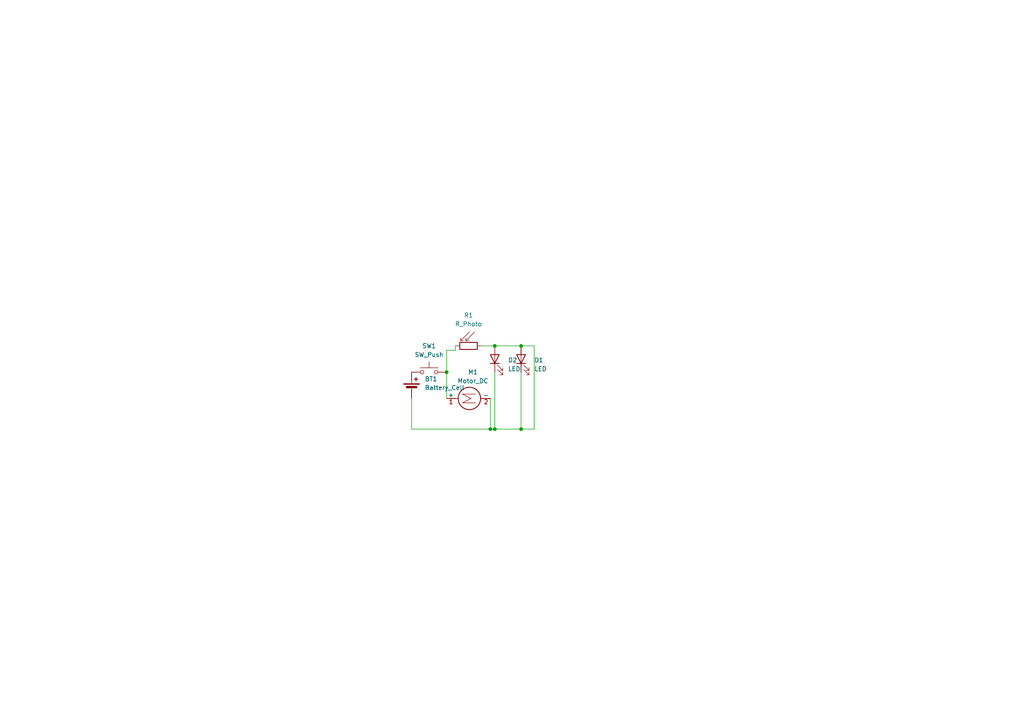
<source format=kicad_sch>
(kicad_sch
	(version 20250114)
	(generator "eeschema")
	(generator_version "9.0")
	(uuid "318685a5-5d84-4163-a2cc-c94fd9b6ba86")
	(paper "A4")
	(lib_symbols
		(symbol "Device:Battery_Cell"
			(pin_numbers
				(hide yes)
			)
			(pin_names
				(offset 0)
				(hide yes)
			)
			(exclude_from_sim no)
			(in_bom yes)
			(on_board yes)
			(property "Reference" "BT"
				(at 2.54 2.54 0)
				(effects
					(font
						(size 1.27 1.27)
					)
					(justify left)
				)
			)
			(property "Value" "Battery_Cell"
				(at 2.54 0 0)
				(effects
					(font
						(size 1.27 1.27)
					)
					(justify left)
				)
			)
			(property "Footprint" ""
				(at 0 1.524 90)
				(effects
					(font
						(size 1.27 1.27)
					)
					(hide yes)
				)
			)
			(property "Datasheet" "~"
				(at 0 1.524 90)
				(effects
					(font
						(size 1.27 1.27)
					)
					(hide yes)
				)
			)
			(property "Description" "Single-cell battery"
				(at 0 0 0)
				(effects
					(font
						(size 1.27 1.27)
					)
					(hide yes)
				)
			)
			(property "ki_keywords" "battery cell"
				(at 0 0 0)
				(effects
					(font
						(size 1.27 1.27)
					)
					(hide yes)
				)
			)
			(symbol "Battery_Cell_0_1"
				(rectangle
					(start -2.286 1.778)
					(end 2.286 1.524)
					(stroke
						(width 0)
						(type default)
					)
					(fill
						(type outline)
					)
				)
				(rectangle
					(start -1.524 1.016)
					(end 1.524 0.508)
					(stroke
						(width 0)
						(type default)
					)
					(fill
						(type outline)
					)
				)
				(polyline
					(pts
						(xy 0 1.778) (xy 0 2.54)
					)
					(stroke
						(width 0)
						(type default)
					)
					(fill
						(type none)
					)
				)
				(polyline
					(pts
						(xy 0 0.762) (xy 0 0)
					)
					(stroke
						(width 0)
						(type default)
					)
					(fill
						(type none)
					)
				)
				(polyline
					(pts
						(xy 0.762 3.048) (xy 1.778 3.048)
					)
					(stroke
						(width 0.254)
						(type default)
					)
					(fill
						(type none)
					)
				)
				(polyline
					(pts
						(xy 1.27 3.556) (xy 1.27 2.54)
					)
					(stroke
						(width 0.254)
						(type default)
					)
					(fill
						(type none)
					)
				)
			)
			(symbol "Battery_Cell_1_1"
				(pin passive line
					(at 0 5.08 270)
					(length 2.54)
					(name "+"
						(effects
							(font
								(size 1.27 1.27)
							)
						)
					)
					(number "1"
						(effects
							(font
								(size 1.27 1.27)
							)
						)
					)
				)
				(pin passive line
					(at 0 -2.54 90)
					(length 2.54)
					(name "-"
						(effects
							(font
								(size 1.27 1.27)
							)
						)
					)
					(number "2"
						(effects
							(font
								(size 1.27 1.27)
							)
						)
					)
				)
			)
			(embedded_fonts no)
		)
		(symbol "Device:LED"
			(pin_numbers
				(hide yes)
			)
			(pin_names
				(offset 1.016)
				(hide yes)
			)
			(exclude_from_sim no)
			(in_bom yes)
			(on_board yes)
			(property "Reference" "D"
				(at 0 2.54 0)
				(effects
					(font
						(size 1.27 1.27)
					)
				)
			)
			(property "Value" "LED"
				(at 0 -2.54 0)
				(effects
					(font
						(size 1.27 1.27)
					)
				)
			)
			(property "Footprint" ""
				(at 0 0 0)
				(effects
					(font
						(size 1.27 1.27)
					)
					(hide yes)
				)
			)
			(property "Datasheet" "~"
				(at 0 0 0)
				(effects
					(font
						(size 1.27 1.27)
					)
					(hide yes)
				)
			)
			(property "Description" "Light emitting diode"
				(at 0 0 0)
				(effects
					(font
						(size 1.27 1.27)
					)
					(hide yes)
				)
			)
			(property "Sim.Pins" "1=K 2=A"
				(at 0 0 0)
				(effects
					(font
						(size 1.27 1.27)
					)
					(hide yes)
				)
			)
			(property "ki_keywords" "LED diode"
				(at 0 0 0)
				(effects
					(font
						(size 1.27 1.27)
					)
					(hide yes)
				)
			)
			(property "ki_fp_filters" "LED* LED_SMD:* LED_THT:*"
				(at 0 0 0)
				(effects
					(font
						(size 1.27 1.27)
					)
					(hide yes)
				)
			)
			(symbol "LED_0_1"
				(polyline
					(pts
						(xy -3.048 -0.762) (xy -4.572 -2.286) (xy -3.81 -2.286) (xy -4.572 -2.286) (xy -4.572 -1.524)
					)
					(stroke
						(width 0)
						(type default)
					)
					(fill
						(type none)
					)
				)
				(polyline
					(pts
						(xy -1.778 -0.762) (xy -3.302 -2.286) (xy -2.54 -2.286) (xy -3.302 -2.286) (xy -3.302 -1.524)
					)
					(stroke
						(width 0)
						(type default)
					)
					(fill
						(type none)
					)
				)
				(polyline
					(pts
						(xy -1.27 0) (xy 1.27 0)
					)
					(stroke
						(width 0)
						(type default)
					)
					(fill
						(type none)
					)
				)
				(polyline
					(pts
						(xy -1.27 -1.27) (xy -1.27 1.27)
					)
					(stroke
						(width 0.254)
						(type default)
					)
					(fill
						(type none)
					)
				)
				(polyline
					(pts
						(xy 1.27 -1.27) (xy 1.27 1.27) (xy -1.27 0) (xy 1.27 -1.27)
					)
					(stroke
						(width 0.254)
						(type default)
					)
					(fill
						(type none)
					)
				)
			)
			(symbol "LED_1_1"
				(pin passive line
					(at -3.81 0 0)
					(length 2.54)
					(name "K"
						(effects
							(font
								(size 1.27 1.27)
							)
						)
					)
					(number "1"
						(effects
							(font
								(size 1.27 1.27)
							)
						)
					)
				)
				(pin passive line
					(at 3.81 0 180)
					(length 2.54)
					(name "A"
						(effects
							(font
								(size 1.27 1.27)
							)
						)
					)
					(number "2"
						(effects
							(font
								(size 1.27 1.27)
							)
						)
					)
				)
			)
			(embedded_fonts no)
		)
		(symbol "Device:R_Photo"
			(pin_numbers
				(hide yes)
			)
			(pin_names
				(offset 0)
			)
			(exclude_from_sim no)
			(in_bom yes)
			(on_board yes)
			(property "Reference" "R"
				(at 1.27 1.27 0)
				(effects
					(font
						(size 1.27 1.27)
					)
					(justify left)
				)
			)
			(property "Value" "R_Photo"
				(at 1.27 0 0)
				(effects
					(font
						(size 1.27 1.27)
					)
					(justify left top)
				)
			)
			(property "Footprint" ""
				(at 1.27 -6.35 90)
				(effects
					(font
						(size 1.27 1.27)
					)
					(justify left)
					(hide yes)
				)
			)
			(property "Datasheet" "~"
				(at 0 -1.27 0)
				(effects
					(font
						(size 1.27 1.27)
					)
					(hide yes)
				)
			)
			(property "Description" "Photoresistor"
				(at 0 0 0)
				(effects
					(font
						(size 1.27 1.27)
					)
					(hide yes)
				)
			)
			(property "ki_keywords" "resistor variable light sensitive opto LDR"
				(at 0 0 0)
				(effects
					(font
						(size 1.27 1.27)
					)
					(hide yes)
				)
			)
			(property "ki_fp_filters" "*LDR* R?LDR*"
				(at 0 0 0)
				(effects
					(font
						(size 1.27 1.27)
					)
					(hide yes)
				)
			)
			(symbol "R_Photo_0_1"
				(polyline
					(pts
						(xy -1.524 -0.762) (xy -4.064 1.778)
					)
					(stroke
						(width 0)
						(type default)
					)
					(fill
						(type none)
					)
				)
				(polyline
					(pts
						(xy -1.524 -0.762) (xy -2.286 -0.762)
					)
					(stroke
						(width 0)
						(type default)
					)
					(fill
						(type none)
					)
				)
				(polyline
					(pts
						(xy -1.524 -0.762) (xy -1.524 0)
					)
					(stroke
						(width 0)
						(type default)
					)
					(fill
						(type none)
					)
				)
				(polyline
					(pts
						(xy -1.524 -2.286) (xy -4.064 0.254)
					)
					(stroke
						(width 0)
						(type default)
					)
					(fill
						(type none)
					)
				)
				(polyline
					(pts
						(xy -1.524 -2.286) (xy -2.286 -2.286)
					)
					(stroke
						(width 0)
						(type default)
					)
					(fill
						(type none)
					)
				)
				(polyline
					(pts
						(xy -1.524 -2.286) (xy -1.524 -1.524)
					)
					(stroke
						(width 0)
						(type default)
					)
					(fill
						(type none)
					)
				)
				(rectangle
					(start -1.016 2.54)
					(end 1.016 -2.54)
					(stroke
						(width 0.254)
						(type default)
					)
					(fill
						(type none)
					)
				)
			)
			(symbol "R_Photo_1_1"
				(pin passive line
					(at 0 3.81 270)
					(length 1.27)
					(name "~"
						(effects
							(font
								(size 1.27 1.27)
							)
						)
					)
					(number "1"
						(effects
							(font
								(size 1.27 1.27)
							)
						)
					)
				)
				(pin passive line
					(at 0 -3.81 90)
					(length 1.27)
					(name "~"
						(effects
							(font
								(size 1.27 1.27)
							)
						)
					)
					(number "2"
						(effects
							(font
								(size 1.27 1.27)
							)
						)
					)
				)
			)
			(embedded_fonts no)
		)
		(symbol "Motor:Motor_DC"
			(pin_names
				(offset 0)
			)
			(exclude_from_sim no)
			(in_bom yes)
			(on_board yes)
			(property "Reference" "M"
				(at 2.54 2.54 0)
				(effects
					(font
						(size 1.27 1.27)
					)
					(justify left)
				)
			)
			(property "Value" "Motor_DC"
				(at 2.54 -5.08 0)
				(effects
					(font
						(size 1.27 1.27)
					)
					(justify left top)
				)
			)
			(property "Footprint" ""
				(at 0 -2.286 0)
				(effects
					(font
						(size 1.27 1.27)
					)
					(hide yes)
				)
			)
			(property "Datasheet" "~"
				(at 0 -2.286 0)
				(effects
					(font
						(size 1.27 1.27)
					)
					(hide yes)
				)
			)
			(property "Description" "DC Motor"
				(at 0 0 0)
				(effects
					(font
						(size 1.27 1.27)
					)
					(hide yes)
				)
			)
			(property "ki_keywords" "DC Motor"
				(at 0 0 0)
				(effects
					(font
						(size 1.27 1.27)
					)
					(hide yes)
				)
			)
			(property "ki_fp_filters" "PinHeader*P2.54mm* TerminalBlock*"
				(at 0 0 0)
				(effects
					(font
						(size 1.27 1.27)
					)
					(hide yes)
				)
			)
			(symbol "Motor_DC_0_0"
				(polyline
					(pts
						(xy -1.27 -3.302) (xy -1.27 0.508) (xy 0 -2.032) (xy 1.27 0.508) (xy 1.27 -3.302)
					)
					(stroke
						(width 0)
						(type default)
					)
					(fill
						(type none)
					)
				)
			)
			(symbol "Motor_DC_0_1"
				(polyline
					(pts
						(xy 0 2.032) (xy 0 2.54)
					)
					(stroke
						(width 0)
						(type default)
					)
					(fill
						(type none)
					)
				)
				(polyline
					(pts
						(xy 0 1.7272) (xy 0 2.0828)
					)
					(stroke
						(width 0)
						(type default)
					)
					(fill
						(type none)
					)
				)
				(circle
					(center 0 -1.524)
					(radius 3.2512)
					(stroke
						(width 0.254)
						(type default)
					)
					(fill
						(type none)
					)
				)
				(polyline
					(pts
						(xy 0 -4.7752) (xy 0 -5.1816)
					)
					(stroke
						(width 0)
						(type default)
					)
					(fill
						(type none)
					)
				)
				(polyline
					(pts
						(xy 0 -7.62) (xy 0 -7.112)
					)
					(stroke
						(width 0)
						(type default)
					)
					(fill
						(type none)
					)
				)
			)
			(symbol "Motor_DC_1_1"
				(pin passive line
					(at 0 5.08 270)
					(length 2.54)
					(name "+"
						(effects
							(font
								(size 1.27 1.27)
							)
						)
					)
					(number "1"
						(effects
							(font
								(size 1.27 1.27)
							)
						)
					)
				)
				(pin passive line
					(at 0 -7.62 90)
					(length 2.54)
					(name "-"
						(effects
							(font
								(size 1.27 1.27)
							)
						)
					)
					(number "2"
						(effects
							(font
								(size 1.27 1.27)
							)
						)
					)
				)
			)
			(embedded_fonts no)
		)
		(symbol "Switch:SW_Push"
			(pin_numbers
				(hide yes)
			)
			(pin_names
				(offset 1.016)
				(hide yes)
			)
			(exclude_from_sim no)
			(in_bom yes)
			(on_board yes)
			(property "Reference" "SW"
				(at 1.27 2.54 0)
				(effects
					(font
						(size 1.27 1.27)
					)
					(justify left)
				)
			)
			(property "Value" "SW_Push"
				(at 0 -1.524 0)
				(effects
					(font
						(size 1.27 1.27)
					)
				)
			)
			(property "Footprint" ""
				(at 0 5.08 0)
				(effects
					(font
						(size 1.27 1.27)
					)
					(hide yes)
				)
			)
			(property "Datasheet" "~"
				(at 0 5.08 0)
				(effects
					(font
						(size 1.27 1.27)
					)
					(hide yes)
				)
			)
			(property "Description" "Push button switch, generic, two pins"
				(at 0 0 0)
				(effects
					(font
						(size 1.27 1.27)
					)
					(hide yes)
				)
			)
			(property "ki_keywords" "switch normally-open pushbutton push-button"
				(at 0 0 0)
				(effects
					(font
						(size 1.27 1.27)
					)
					(hide yes)
				)
			)
			(symbol "SW_Push_0_1"
				(circle
					(center -2.032 0)
					(radius 0.508)
					(stroke
						(width 0)
						(type default)
					)
					(fill
						(type none)
					)
				)
				(polyline
					(pts
						(xy 0 1.27) (xy 0 3.048)
					)
					(stroke
						(width 0)
						(type default)
					)
					(fill
						(type none)
					)
				)
				(circle
					(center 2.032 0)
					(radius 0.508)
					(stroke
						(width 0)
						(type default)
					)
					(fill
						(type none)
					)
				)
				(polyline
					(pts
						(xy 2.54 1.27) (xy -2.54 1.27)
					)
					(stroke
						(width 0)
						(type default)
					)
					(fill
						(type none)
					)
				)
				(pin passive line
					(at -5.08 0 0)
					(length 2.54)
					(name "1"
						(effects
							(font
								(size 1.27 1.27)
							)
						)
					)
					(number "1"
						(effects
							(font
								(size 1.27 1.27)
							)
						)
					)
				)
				(pin passive line
					(at 5.08 0 180)
					(length 2.54)
					(name "2"
						(effects
							(font
								(size 1.27 1.27)
							)
						)
					)
					(number "2"
						(effects
							(font
								(size 1.27 1.27)
							)
						)
					)
				)
			)
			(embedded_fonts no)
		)
	)
	(junction
		(at 129.54 107.95)
		(diameter 0)
		(color 0 0 0 0)
		(uuid "0ca5ae18-8334-4fd3-9511-d40cc79c79c0")
	)
	(junction
		(at 142.24 124.46)
		(diameter 0)
		(color 0 0 0 0)
		(uuid "1717a81f-d490-45ce-a896-e12d8ce950f0")
	)
	(junction
		(at 143.51 100.33)
		(diameter 0)
		(color 0 0 0 0)
		(uuid "93784b44-9a47-4e99-b287-3df045413a36")
	)
	(junction
		(at 151.13 100.33)
		(diameter 0)
		(color 0 0 0 0)
		(uuid "caefb312-589a-4e83-b2da-dfc0162b845c")
	)
	(junction
		(at 143.51 124.46)
		(diameter 0)
		(color 0 0 0 0)
		(uuid "d9c92767-40fd-499d-a997-0c14ccd294fd")
	)
	(junction
		(at 151.13 124.46)
		(diameter 0)
		(color 0 0 0 0)
		(uuid "d9dbc5b1-1ef9-4b27-80e4-933a85b33cf8")
	)
	(wire
		(pts
			(xy 143.51 124.46) (xy 151.13 124.46)
		)
		(stroke
			(width 0)
			(type default)
		)
		(uuid "07a389a3-07ac-4800-8139-f4e08933f698")
	)
	(wire
		(pts
			(xy 151.13 100.33) (xy 154.94 100.33)
		)
		(stroke
			(width 0)
			(type default)
		)
		(uuid "0aa6d410-809f-4f9e-9dd5-59d2af076ff5")
	)
	(wire
		(pts
			(xy 151.13 107.95) (xy 151.13 124.46)
		)
		(stroke
			(width 0)
			(type default)
		)
		(uuid "28ce0bd2-d6ee-41d9-b1e9-e110e9fcbee9")
	)
	(wire
		(pts
			(xy 139.7 100.33) (xy 143.51 100.33)
		)
		(stroke
			(width 0)
			(type default)
		)
		(uuid "42dd7b81-2d13-43ac-b180-fcb9044c5558")
	)
	(wire
		(pts
			(xy 142.24 124.46) (xy 143.51 124.46)
		)
		(stroke
			(width 0)
			(type default)
		)
		(uuid "474cada8-eccd-4ef1-8e8f-1ccd843ab837")
	)
	(wire
		(pts
			(xy 143.51 107.95) (xy 143.51 124.46)
		)
		(stroke
			(width 0)
			(type default)
		)
		(uuid "71f04729-edab-475b-809d-1def4a3cca6c")
	)
	(wire
		(pts
			(xy 151.13 124.46) (xy 154.94 124.46)
		)
		(stroke
			(width 0)
			(type default)
		)
		(uuid "7b516f4a-9101-479a-8e4a-11cbc2486265")
	)
	(wire
		(pts
			(xy 129.54 107.95) (xy 129.54 115.57)
		)
		(stroke
			(width 0)
			(type default)
		)
		(uuid "8884a577-4561-48bd-b58f-560629977e0e")
	)
	(wire
		(pts
			(xy 142.24 124.46) (xy 119.38 124.46)
		)
		(stroke
			(width 0)
			(type default)
		)
		(uuid "8e5680a6-2247-42da-91f7-ea932214bbca")
	)
	(wire
		(pts
			(xy 143.51 100.33) (xy 151.13 100.33)
		)
		(stroke
			(width 0)
			(type default)
		)
		(uuid "924e6d55-d4cc-4640-9f20-672e5ab46192")
	)
	(wire
		(pts
			(xy 119.38 115.57) (xy 119.38 124.46)
		)
		(stroke
			(width 0)
			(type default)
		)
		(uuid "a580925f-064c-4544-92f2-9195227d6c8d")
	)
	(wire
		(pts
			(xy 132.08 100.33) (xy 132.08 101.6)
		)
		(stroke
			(width 0)
			(type default)
		)
		(uuid "acfbc71f-d88d-40c8-ba9e-bc8fe775d88d")
	)
	(wire
		(pts
			(xy 132.08 101.6) (xy 129.54 101.6)
		)
		(stroke
			(width 0)
			(type default)
		)
		(uuid "b2047b93-fda7-4d0a-b421-25e74ce6919b")
	)
	(wire
		(pts
			(xy 154.94 100.33) (xy 154.94 124.46)
		)
		(stroke
			(width 0)
			(type default)
		)
		(uuid "c58c3512-d0da-4d03-85f9-d892737a78ca")
	)
	(wire
		(pts
			(xy 129.54 101.6) (xy 129.54 107.95)
		)
		(stroke
			(width 0)
			(type default)
		)
		(uuid "cbf0272a-5653-41f6-992f-e5afbd44bc6b")
	)
	(wire
		(pts
			(xy 142.24 115.57) (xy 142.24 124.46)
		)
		(stroke
			(width 0)
			(type default)
		)
		(uuid "e185ab73-bf7c-456d-9e8c-e40972dca340")
	)
	(symbol
		(lib_id "Switch:SW_Push")
		(at 124.46 107.95 0)
		(unit 1)
		(exclude_from_sim no)
		(in_bom yes)
		(on_board yes)
		(dnp no)
		(fields_autoplaced yes)
		(uuid "01f89eee-8ada-403f-ae85-b9d8b7484a0c")
		(property "Reference" "SW1"
			(at 124.46 100.33 0)
			(effects
				(font
					(size 1.27 1.27)
				)
			)
		)
		(property "Value" "SW_Push"
			(at 124.46 102.87 0)
			(effects
				(font
					(size 1.27 1.27)
				)
			)
		)
		(property "Footprint" "Button_Switch_THT:SW_PUSH_6mm"
			(at 124.46 102.87 0)
			(effects
				(font
					(size 1.27 1.27)
				)
				(hide yes)
			)
		)
		(property "Datasheet" "~"
			(at 124.46 102.87 0)
			(effects
				(font
					(size 1.27 1.27)
				)
				(hide yes)
			)
		)
		(property "Description" "Push button switch, generic, two pins"
			(at 124.46 107.95 0)
			(effects
				(font
					(size 1.27 1.27)
				)
				(hide yes)
			)
		)
		(pin "2"
			(uuid "f314af10-e2f0-4c75-9769-49bae5125eca")
		)
		(pin "1"
			(uuid "5ec1b856-4971-4107-ba14-2a69f1316bb5")
		)
		(instances
			(project ""
				(path "/318685a5-5d84-4163-a2cc-c94fd9b6ba86"
					(reference "SW1")
					(unit 1)
				)
			)
		)
	)
	(symbol
		(lib_id "Device:R_Photo")
		(at 135.89 100.33 270)
		(unit 1)
		(exclude_from_sim no)
		(in_bom yes)
		(on_board yes)
		(dnp no)
		(fields_autoplaced yes)
		(uuid "160db1ba-dada-40a7-9817-a393cf2fe36a")
		(property "Reference" "R1"
			(at 135.89 91.44 90)
			(effects
				(font
					(size 1.27 1.27)
				)
			)
		)
		(property "Value" "R_Photo"
			(at 135.89 93.98 90)
			(effects
				(font
					(size 1.27 1.27)
				)
			)
		)
		(property "Footprint" "OptoDevice:R_LDR_5.1x4.3mm_P3.4mm_Vertical"
			(at 129.54 101.6 90)
			(effects
				(font
					(size 1.27 1.27)
				)
				(justify left)
				(hide yes)
			)
		)
		(property "Datasheet" "~"
			(at 134.62 100.33 0)
			(effects
				(font
					(size 1.27 1.27)
				)
				(hide yes)
			)
		)
		(property "Description" "Photoresistor"
			(at 135.89 100.33 0)
			(effects
				(font
					(size 1.27 1.27)
				)
				(hide yes)
			)
		)
		(pin "2"
			(uuid "61c95654-c755-401d-a882-b8bf0a285822")
		)
		(pin "1"
			(uuid "218b2300-89dd-4dee-9e45-ec079d0471a5")
		)
		(instances
			(project ""
				(path "/318685a5-5d84-4163-a2cc-c94fd9b6ba86"
					(reference "R1")
					(unit 1)
				)
			)
		)
	)
	(symbol
		(lib_id "Device:LED")
		(at 143.51 104.14 90)
		(unit 1)
		(exclude_from_sim no)
		(in_bom yes)
		(on_board yes)
		(dnp no)
		(fields_autoplaced yes)
		(uuid "1e27056a-cf99-4b9b-95cc-d92311a841dc")
		(property "Reference" "D2"
			(at 147.32 104.4574 90)
			(effects
				(font
					(size 1.27 1.27)
				)
				(justify right)
			)
		)
		(property "Value" "LED"
			(at 147.32 106.9974 90)
			(effects
				(font
					(size 1.27 1.27)
				)
				(justify right)
			)
		)
		(property "Footprint" "LED_THT:LED_D5.0mm"
			(at 143.51 104.14 0)
			(effects
				(font
					(size 1.27 1.27)
				)
				(hide yes)
			)
		)
		(property "Datasheet" "~"
			(at 143.51 104.14 0)
			(effects
				(font
					(size 1.27 1.27)
				)
				(hide yes)
			)
		)
		(property "Description" "Light emitting diode"
			(at 143.51 104.14 0)
			(effects
				(font
					(size 1.27 1.27)
				)
				(hide yes)
			)
		)
		(property "Sim.Pins" "1=K 2=A"
			(at 143.51 104.14 0)
			(effects
				(font
					(size 1.27 1.27)
				)
				(hide yes)
			)
		)
		(pin "1"
			(uuid "ae562778-f1fc-4f82-af75-756f19aec08a")
		)
		(pin "2"
			(uuid "587290a0-7762-493e-a397-8c3747e932c4")
		)
		(instances
			(project ""
				(path "/318685a5-5d84-4163-a2cc-c94fd9b6ba86"
					(reference "D2")
					(unit 1)
				)
			)
		)
	)
	(symbol
		(lib_id "Motor:Motor_DC")
		(at 134.62 115.57 90)
		(unit 1)
		(exclude_from_sim no)
		(in_bom yes)
		(on_board yes)
		(dnp no)
		(fields_autoplaced yes)
		(uuid "3910f5e8-e161-4c2e-ac75-318e74277676")
		(property "Reference" "M1"
			(at 137.16 107.95 90)
			(effects
				(font
					(size 1.27 1.27)
				)
			)
		)
		(property "Value" "Motor_DC"
			(at 137.16 110.49 90)
			(effects
				(font
					(size 1.27 1.27)
				)
			)
		)
		(property "Footprint" "Connector_PinHeader_2.54mm:PinHeader_1x02_P2.54mm_Vertical"
			(at 136.906 115.57 0)
			(effects
				(font
					(size 1.27 1.27)
				)
				(hide yes)
			)
		)
		(property "Datasheet" "~"
			(at 136.906 115.57 0)
			(effects
				(font
					(size 1.27 1.27)
				)
				(hide yes)
			)
		)
		(property "Description" "DC Motor"
			(at 134.62 115.57 0)
			(effects
				(font
					(size 1.27 1.27)
				)
				(hide yes)
			)
		)
		(pin "2"
			(uuid "7759474c-0d21-4c75-ba87-6c1e7552f9a5")
		)
		(pin "1"
			(uuid "0c8843bb-3a03-4918-a573-6c887cb50bc3")
		)
		(instances
			(project ""
				(path "/318685a5-5d84-4163-a2cc-c94fd9b6ba86"
					(reference "M1")
					(unit 1)
				)
			)
		)
	)
	(symbol
		(lib_id "Device:Battery_Cell")
		(at 119.38 113.03 0)
		(unit 1)
		(exclude_from_sim no)
		(in_bom yes)
		(on_board yes)
		(dnp no)
		(fields_autoplaced yes)
		(uuid "7b34405a-1aad-4ac5-abf1-3e3e2934936f")
		(property "Reference" "BT1"
			(at 123.19 109.9184 0)
			(effects
				(font
					(size 1.27 1.27)
				)
				(justify left)
			)
		)
		(property "Value" "Battery_Cell"
			(at 123.19 112.4584 0)
			(effects
				(font
					(size 1.27 1.27)
				)
				(justify left)
			)
		)
		(property "Footprint" "Battery:BatteryHolder_Keystone_3034_1x20mm"
			(at 119.38 111.506 90)
			(effects
				(font
					(size 1.27 1.27)
				)
				(hide yes)
			)
		)
		(property "Datasheet" "~"
			(at 119.38 111.506 90)
			(effects
				(font
					(size 1.27 1.27)
				)
				(hide yes)
			)
		)
		(property "Description" "Single-cell battery"
			(at 119.38 113.03 0)
			(effects
				(font
					(size 1.27 1.27)
				)
				(hide yes)
			)
		)
		(pin "1"
			(uuid "685cdcf0-ce9c-4e24-82a1-aacedaf3a91c")
		)
		(pin "2"
			(uuid "15b60450-a0b1-4fa5-a5be-a6a0a26986ce")
		)
		(instances
			(project ""
				(path "/318685a5-5d84-4163-a2cc-c94fd9b6ba86"
					(reference "BT1")
					(unit 1)
				)
			)
		)
	)
	(symbol
		(lib_id "Device:LED")
		(at 151.13 104.14 90)
		(unit 1)
		(exclude_from_sim no)
		(in_bom yes)
		(on_board yes)
		(dnp no)
		(fields_autoplaced yes)
		(uuid "8829d1eb-8005-4ab5-b467-2c97e190af75")
		(property "Reference" "D1"
			(at 154.94 104.4574 90)
			(effects
				(font
					(size 1.27 1.27)
				)
				(justify right)
			)
		)
		(property "Value" "LED"
			(at 154.94 106.9974 90)
			(effects
				(font
					(size 1.27 1.27)
				)
				(justify right)
			)
		)
		(property "Footprint" "LED_THT:LED_D5.0mm"
			(at 151.13 104.14 0)
			(effects
				(font
					(size 1.27 1.27)
				)
				(hide yes)
			)
		)
		(property "Datasheet" "~"
			(at 151.13 104.14 0)
			(effects
				(font
					(size 1.27 1.27)
				)
				(hide yes)
			)
		)
		(property "Description" "Light emitting diode"
			(at 151.13 104.14 0)
			(effects
				(font
					(size 1.27 1.27)
				)
				(hide yes)
			)
		)
		(property "Sim.Pins" "1=K 2=A"
			(at 151.13 104.14 0)
			(effects
				(font
					(size 1.27 1.27)
				)
				(hide yes)
			)
		)
		(pin "2"
			(uuid "30097034-5eed-4cb6-bd10-0398f8e7dc96")
		)
		(pin "1"
			(uuid "60931c0b-5240-4e57-bb6d-33d233c12cec")
		)
		(instances
			(project ""
				(path "/318685a5-5d84-4163-a2cc-c94fd9b6ba86"
					(reference "D1")
					(unit 1)
				)
			)
		)
	)
	(sheet_instances
		(path "/"
			(page "1")
		)
	)
	(embedded_fonts no)
)

</source>
